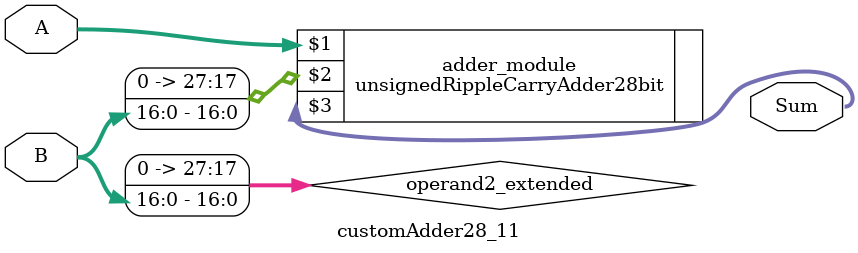
<source format=v>

module customAdder28_11(
                    input [27 : 0] A,
                    input [16 : 0] B,
                    
                    output [28 : 0] Sum
            );

    wire [27 : 0] operand2_extended;
    
    assign operand2_extended =  {11'b0, B};
    
    unsignedRippleCarryAdder28bit adder_module(
        A,
        operand2_extended,
        Sum
    );
    
endmodule
        
</source>
